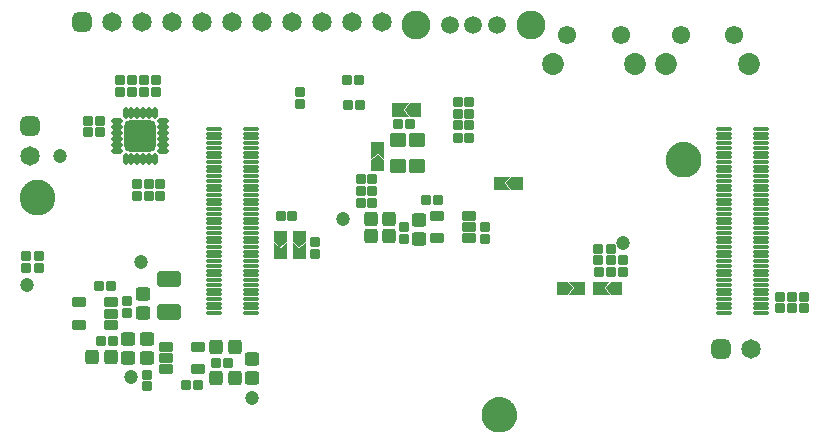
<source format=gts>
G04*
G04 #@! TF.GenerationSoftware,Altium Limited,Altium Designer,18.1.6 (161)*
G04*
G04 Layer_Color=8388736*
%FSTAX24Y24*%
%MOIN*%
G70*
G01*
G75*
G04:AMPARAMS|DCode=33|XSize=33.6mil|YSize=33.6mil|CornerRadius=6.6mil|HoleSize=0mil|Usage=FLASHONLY|Rotation=270.000|XOffset=0mil|YOffset=0mil|HoleType=Round|Shape=RoundedRectangle|*
%AMROUNDEDRECTD33*
21,1,0.0336,0.0205,0,0,270.0*
21,1,0.0205,0.0336,0,0,270.0*
1,1,0.0131,-0.0102,-0.0102*
1,1,0.0131,-0.0102,0.0102*
1,1,0.0131,0.0102,0.0102*
1,1,0.0131,0.0102,-0.0102*
%
%ADD33ROUNDEDRECTD33*%
G04:AMPARAMS|DCode=34|XSize=15.9mil|YSize=52.9mil|CornerRadius=6mil|HoleSize=0mil|Usage=FLASHONLY|Rotation=90.000|XOffset=0mil|YOffset=0mil|HoleType=Round|Shape=RoundedRectangle|*
%AMROUNDEDRECTD34*
21,1,0.0159,0.0409,0,0,90.0*
21,1,0.0039,0.0529,0,0,90.0*
1,1,0.0119,0.0205,0.0020*
1,1,0.0119,0.0205,-0.0020*
1,1,0.0119,-0.0205,-0.0020*
1,1,0.0119,-0.0205,0.0020*
%
%ADD34ROUNDEDRECTD34*%
G04:AMPARAMS|DCode=35|XSize=33.6mil|YSize=33.6mil|CornerRadius=6.6mil|HoleSize=0mil|Usage=FLASHONLY|Rotation=0.000|XOffset=0mil|YOffset=0mil|HoleType=Round|Shape=RoundedRectangle|*
%AMROUNDEDRECTD35*
21,1,0.0336,0.0205,0,0,0.0*
21,1,0.0205,0.0336,0,0,0.0*
1,1,0.0131,0.0102,-0.0102*
1,1,0.0131,-0.0102,-0.0102*
1,1,0.0131,-0.0102,0.0102*
1,1,0.0131,0.0102,0.0102*
%
%ADD35ROUNDEDRECTD35*%
%ADD36C,0.0474*%
%ADD37R,0.0375X0.0434*%
%ADD38R,0.0434X0.0375*%
G04:AMPARAMS|DCode=39|XSize=45.4mil|YSize=55.2mil|CornerRadius=8.7mil|HoleSize=0mil|Usage=FLASHONLY|Rotation=90.000|XOffset=0mil|YOffset=0mil|HoleType=Round|Shape=RoundedRectangle|*
%AMROUNDEDRECTD39*
21,1,0.0454,0.0379,0,0,90.0*
21,1,0.0281,0.0552,0,0,90.0*
1,1,0.0174,0.0189,0.0140*
1,1,0.0174,0.0189,-0.0140*
1,1,0.0174,-0.0189,-0.0140*
1,1,0.0174,-0.0189,0.0140*
%
%ADD39ROUNDEDRECTD39*%
G04:AMPARAMS|DCode=40|XSize=31.6mil|YSize=47.4mil|CornerRadius=5.2mil|HoleSize=0mil|Usage=FLASHONLY|Rotation=270.000|XOffset=0mil|YOffset=0mil|HoleType=Round|Shape=RoundedRectangle|*
%AMROUNDEDRECTD40*
21,1,0.0316,0.0370,0,0,270.0*
21,1,0.0213,0.0474,0,0,270.0*
1,1,0.0104,-0.0185,-0.0106*
1,1,0.0104,-0.0185,0.0106*
1,1,0.0104,0.0185,0.0106*
1,1,0.0104,0.0185,-0.0106*
%
%ADD40ROUNDEDRECTD40*%
G04:AMPARAMS|DCode=41|XSize=47.4mil|YSize=43.4mil|CornerRadius=7.5mil|HoleSize=0mil|Usage=FLASHONLY|Rotation=0.000|XOffset=0mil|YOffset=0mil|HoleType=Round|Shape=RoundedRectangle|*
%AMROUNDEDRECTD41*
21,1,0.0474,0.0283,0,0,0.0*
21,1,0.0323,0.0434,0,0,0.0*
1,1,0.0151,0.0161,-0.0142*
1,1,0.0151,-0.0161,-0.0142*
1,1,0.0151,-0.0161,0.0142*
1,1,0.0151,0.0161,0.0142*
%
%ADD41ROUNDEDRECTD41*%
G04:AMPARAMS|DCode=42|XSize=47.4mil|YSize=43.4mil|CornerRadius=7.5mil|HoleSize=0mil|Usage=FLASHONLY|Rotation=270.000|XOffset=0mil|YOffset=0mil|HoleType=Round|Shape=RoundedRectangle|*
%AMROUNDEDRECTD42*
21,1,0.0474,0.0283,0,0,270.0*
21,1,0.0323,0.0434,0,0,270.0*
1,1,0.0151,-0.0142,-0.0161*
1,1,0.0151,-0.0142,0.0161*
1,1,0.0151,0.0142,0.0161*
1,1,0.0151,0.0142,-0.0161*
%
%ADD42ROUNDEDRECTD42*%
G04:AMPARAMS|DCode=43|XSize=76.9mil|YSize=53.3mil|CornerRadius=8.5mil|HoleSize=0mil|Usage=FLASHONLY|Rotation=0.000|XOffset=0mil|YOffset=0mil|HoleType=Round|Shape=RoundedRectangle|*
%AMROUNDEDRECTD43*
21,1,0.0769,0.0362,0,0,0.0*
21,1,0.0598,0.0533,0,0,0.0*
1,1,0.0171,0.0299,-0.0181*
1,1,0.0171,-0.0299,-0.0181*
1,1,0.0171,-0.0299,0.0181*
1,1,0.0171,0.0299,0.0181*
%
%ADD43ROUNDEDRECTD43*%
%ADD44O,0.0395X0.0178*%
%ADD45O,0.0178X0.0395*%
G04:AMPARAMS|DCode=46|XSize=104.5mil|YSize=104.5mil|CornerRadius=16.1mil|HoleSize=0mil|Usage=FLASHONLY|Rotation=180.000|XOffset=0mil|YOffset=0mil|HoleType=Round|Shape=RoundedRectangle|*
%AMROUNDEDRECTD46*
21,1,0.1045,0.0723,0,0,180.0*
21,1,0.0723,0.1045,0,0,180.0*
1,1,0.0321,-0.0362,0.0362*
1,1,0.0321,0.0362,0.0362*
1,1,0.0321,0.0362,-0.0362*
1,1,0.0321,-0.0362,-0.0362*
%
%ADD46ROUNDEDRECTD46*%
%ADD47C,0.0730*%
%ADD48C,0.0611*%
%ADD49C,0.0595*%
%ADD50C,0.0966*%
G04:AMPARAMS|DCode=51|XSize=65.1mil|YSize=65.1mil|CornerRadius=18.3mil|HoleSize=0mil|Usage=FLASHONLY|Rotation=270.000|XOffset=0mil|YOffset=0mil|HoleType=Round|Shape=RoundedRectangle|*
%AMROUNDEDRECTD51*
21,1,0.0651,0.0285,0,0,270.0*
21,1,0.0285,0.0651,0,0,270.0*
1,1,0.0365,-0.0143,-0.0143*
1,1,0.0365,-0.0143,0.0143*
1,1,0.0365,0.0143,0.0143*
1,1,0.0365,0.0143,-0.0143*
%
%ADD51ROUNDEDRECTD51*%
%ADD52C,0.0651*%
G04:AMPARAMS|DCode=53|XSize=65.1mil|YSize=65.1mil|CornerRadius=18.3mil|HoleSize=0mil|Usage=FLASHONLY|Rotation=180.000|XOffset=0mil|YOffset=0mil|HoleType=Round|Shape=RoundedRectangle|*
%AMROUNDEDRECTD53*
21,1,0.0651,0.0285,0,0,180.0*
21,1,0.0285,0.0651,0,0,180.0*
1,1,0.0365,-0.0143,0.0143*
1,1,0.0365,0.0143,0.0143*
1,1,0.0365,0.0143,-0.0143*
1,1,0.0365,-0.0143,-0.0143*
%
%ADD53ROUNDEDRECTD53*%
G36*
X023976Y021732D02*
X024147Y021515D01*
X023599Y021515D01*
X023599Y021949D01*
X02414Y02195D01*
X023976Y021732D01*
D02*
G37*
G36*
X024554Y021949D02*
X024554Y021515D01*
X02418Y021515D01*
X024015Y021736D01*
X024174Y021949D01*
X024554Y021949D01*
D02*
G37*
G36*
X023327Y020114D02*
X02311Y020277D01*
X022893Y020106D01*
X022893Y020655D01*
X023327Y020655D01*
X023327Y020114D01*
D02*
G37*
G36*
X023327Y020079D02*
X023327Y0197D01*
X022893Y0197D01*
X022893Y020074D01*
X023114Y020239D01*
X023327Y020079D01*
D02*
G37*
G36*
X033365Y020667D02*
X033403Y020662D01*
X033441Y020654D01*
X033479Y020644D01*
X033515Y020632D01*
X033551Y020617D01*
X033586Y0206D01*
X033619Y020581D01*
X033651Y020559D01*
X033682Y020535D01*
X033711Y02051D01*
X033738Y020483D01*
X033764Y020454D01*
X033787Y020423D01*
X033809Y020391D01*
X033828Y020357D01*
X033845Y020323D01*
X03386Y020287D01*
X033873Y02025D01*
X033883Y020213D01*
X03389Y020175D01*
X033895Y020137D01*
X033898Y020098D01*
Y020079D01*
Y020059D01*
X033895Y020021D01*
X03389Y019982D01*
X033883Y019945D01*
X033873Y019907D01*
X03386Y019871D01*
X033845Y019835D01*
X033828Y0198D01*
X033809Y019767D01*
X033787Y019735D01*
X033764Y019704D01*
X033738Y019675D01*
X033711Y019647D01*
X033682Y019622D01*
X033651Y019598D01*
X033619Y019577D01*
X033586Y019558D01*
X033551Y019541D01*
X033515Y019526D01*
X033479Y019513D01*
X033441Y019503D01*
X033403Y019496D01*
X033365Y019491D01*
X033326Y019488D01*
X033288D01*
X033249Y019491D01*
X033211Y019496D01*
X033173Y019503D01*
X033136Y019513D01*
X033099Y019526D01*
X033063Y019541D01*
X033029Y019558D01*
X032995Y019577D01*
X032963Y019598D01*
X032932Y019622D01*
X032903Y019647D01*
X032876Y019675D01*
X03285Y019704D01*
X032827Y019735D01*
X032805Y019767D01*
X032786Y0198D01*
X032769Y019835D01*
X032754Y019871D01*
X032742Y019907D01*
X032732Y019945D01*
X032724Y019982D01*
X032719Y020021D01*
X032717Y020059D01*
Y020079D01*
Y020098D01*
X032719Y020137D01*
X032724Y020175D01*
X032732Y020213D01*
X032742Y02025D01*
X032754Y020287D01*
X032769Y020323D01*
X032786Y020357D01*
X032805Y020391D01*
X032827Y020423D01*
X03285Y020454D01*
X032876Y020483D01*
X032903Y02051D01*
X032932Y020535D01*
X032963Y020559D01*
X032995Y020581D01*
X033029Y0206D01*
X033063Y020617D01*
X033099Y020632D01*
X033136Y020644D01*
X033173Y020654D01*
X033211Y020662D01*
X033249Y020667D01*
X033288Y020669D01*
X033326D01*
X033365Y020667D01*
D02*
G37*
G36*
X027361Y019291D02*
X027531Y019074D01*
X026983Y019074D01*
X026983Y019508D01*
X027524Y019509D01*
X027361Y019291D01*
D02*
G37*
G36*
X027938Y019508D02*
Y019074D01*
X027564Y019074D01*
X027399Y019295D01*
X027559Y019508D01*
X027938Y019508D01*
D02*
G37*
G36*
X01183Y019407D02*
X011868Y019402D01*
X011906Y019394D01*
X011943Y019384D01*
X01198Y019372D01*
X012016Y019357D01*
X01205Y01934D01*
X012084Y019321D01*
X012116Y019299D01*
X012147Y019276D01*
X012176Y01925D01*
X012203Y019223D01*
X012228Y019194D01*
X012252Y019163D01*
X012273Y019131D01*
X012293Y019097D01*
X01231Y019063D01*
X012325Y019027D01*
X012337Y01899D01*
X012347Y018953D01*
X012355Y018915D01*
X01236Y018877D01*
X012362Y018838D01*
Y018819D01*
Y0188D01*
X01236Y018761D01*
X012355Y018723D01*
X012347Y018685D01*
X012337Y018647D01*
X012325Y018611D01*
X01231Y018575D01*
X012293Y01854D01*
X012273Y018507D01*
X012252Y018475D01*
X012228Y018444D01*
X012203Y018415D01*
X012176Y018388D01*
X012147Y018362D01*
X012116Y018339D01*
X012084Y018317D01*
X01205Y018298D01*
X012016Y018281D01*
X01198Y018266D01*
X011943Y018253D01*
X011906Y018243D01*
X011868Y018236D01*
X01183Y018231D01*
X011791Y018228D01*
X011752D01*
X011714Y018231D01*
X011675Y018236D01*
X011637Y018243D01*
X0116Y018253D01*
X011564Y018266D01*
X011528Y018281D01*
X011493Y018298D01*
X01146Y018317D01*
X011427Y018339D01*
X011397Y018362D01*
X011368Y018388D01*
X01134Y018415D01*
X011315Y018444D01*
X011291Y018475D01*
X01127Y018507D01*
X011251Y01854D01*
X011233Y018575D01*
X011219Y018611D01*
X011206Y018647D01*
X011196Y018685D01*
X011189Y018723D01*
X011184Y018761D01*
X011181Y0188D01*
Y018819D01*
Y018838D01*
X011184Y018877D01*
X011189Y018915D01*
X011196Y018953D01*
X011206Y01899D01*
X011219Y019027D01*
X011233Y019063D01*
X011251Y019097D01*
X01127Y019131D01*
X011291Y019163D01*
X011315Y019194D01*
X01134Y019223D01*
X011368Y01925D01*
X011397Y019276D01*
X011427Y019299D01*
X01146Y019321D01*
X011493Y01934D01*
X011528Y019357D01*
X011564Y019372D01*
X0116Y019384D01*
X011637Y019394D01*
X011675Y019402D01*
X011714Y019407D01*
X011752Y019409D01*
X011791D01*
X01183Y019407D01*
D02*
G37*
G36*
X020717Y017339D02*
X020497Y017174D01*
X020284Y017334D01*
X020284Y017713D01*
X020717Y017713D01*
X020717Y017339D01*
D02*
G37*
G36*
X020088Y017339D02*
X019867Y017174D01*
X019654Y017334D01*
X019654Y017713D01*
X020088D01*
X020088Y017339D01*
D02*
G37*
G36*
X020087Y016758D02*
X019653Y016758D01*
X019653Y017299D01*
X019871Y017136D01*
X020087Y017307D01*
X020087Y016758D01*
D02*
G37*
G36*
X020717Y016758D02*
X020283Y016758D01*
X020283Y017299D01*
X020501Y017136D01*
X020717Y017307D01*
Y016758D01*
D02*
G37*
G36*
X030673Y015787D02*
X030844Y015571D01*
X030295D01*
X030295Y016005D01*
X030836Y016005D01*
X030673Y015787D01*
D02*
G37*
G36*
X03125Y016004D02*
X03125Y015571D01*
X030876Y01557D01*
X030711Y015791D01*
X030871Y016004D01*
X03125Y016004D01*
D02*
G37*
G36*
X029619Y015784D02*
X029459Y01557D01*
X02908Y01557D01*
Y016004D01*
X029454Y016004D01*
X029619Y015784D01*
D02*
G37*
G36*
X030035Y016004D02*
X030035Y01557D01*
X029494Y01557D01*
X029658Y015787D01*
X029487Y016004D01*
X030035Y016004D01*
D02*
G37*
G36*
X027223Y012163D02*
X027262Y012158D01*
X0273Y01215D01*
X027337Y01214D01*
X027373Y012128D01*
X027409Y012113D01*
X027444Y012096D01*
X027477Y012077D01*
X02751Y012055D01*
X02754Y012032D01*
X027569Y012006D01*
X027597Y011979D01*
X027622Y01195D01*
X027646Y011919D01*
X027667Y011887D01*
X027686Y011853D01*
X027704Y011819D01*
X027718Y011783D01*
X027731Y011746D01*
X027741Y011709D01*
X027748Y011671D01*
X027753Y011633D01*
X027756Y011594D01*
Y011575D01*
Y011555D01*
X027753Y011517D01*
X027748Y011479D01*
X027741Y011441D01*
X027731Y011403D01*
X027718Y011367D01*
X027704Y011331D01*
X027686Y011296D01*
X027667Y011263D01*
X027646Y011231D01*
X027622Y0112D01*
X027597Y011171D01*
X027569Y011144D01*
X02754Y011118D01*
X02751Y011095D01*
X027477Y011073D01*
X027444Y011054D01*
X027409Y011037D01*
X027373Y011022D01*
X027337Y011009D01*
X0273Y010999D01*
X027262Y010992D01*
X027223Y010987D01*
X027185Y010984D01*
X027146D01*
X027107Y010987D01*
X027069Y010992D01*
X027031Y010999D01*
X026994Y011009D01*
X026957Y011022D01*
X026922Y011037D01*
X026887Y011054D01*
X026853Y011073D01*
X026821Y011095D01*
X026791Y011118D01*
X026761Y011144D01*
X026734Y011171D01*
X026709Y0112D01*
X026685Y011231D01*
X026664Y011263D01*
X026644Y011296D01*
X026627Y011331D01*
X026612Y011367D01*
X0266Y011403D01*
X02659Y011441D01*
X026582Y011479D01*
X026577Y011517D01*
X026575Y011555D01*
Y011575D01*
Y011594D01*
X026577Y011633D01*
X026582Y011671D01*
X02659Y011709D01*
X0266Y011746D01*
X026612Y011783D01*
X026627Y011819D01*
X026644Y011853D01*
X026664Y011887D01*
X026685Y011919D01*
X026709Y01195D01*
X026734Y011979D01*
X026761Y012006D01*
X026791Y012032D01*
X026821Y012055D01*
X026853Y012077D01*
X026887Y012096D01*
X026922Y012113D01*
X026957Y012128D01*
X026994Y01214D01*
X027031Y01215D01*
X027069Y012158D01*
X027107Y012163D01*
X027146Y012165D01*
X027185D01*
X027223Y012163D01*
D02*
G37*
D33*
X025777Y022008D02*
D03*
X02617Y022008D02*
D03*
X025777Y021614D02*
D03*
X02617Y021614D02*
D03*
X02617Y02122D02*
D03*
X025777D02*
D03*
X02617Y020802D02*
D03*
X025777Y020802D02*
D03*
X030871Y016339D02*
D03*
X030478D02*
D03*
X02248Y022717D02*
D03*
X022087D02*
D03*
X022126Y02189D02*
D03*
X02252Y02189D02*
D03*
X024175Y02126D02*
D03*
X023781Y02126D02*
D03*
X024724Y01874D02*
D03*
X025118Y01874D02*
D03*
X022543Y019435D02*
D03*
X022936Y019435D02*
D03*
X022543Y019042D02*
D03*
X022936Y019042D02*
D03*
X022936Y018623D02*
D03*
X022543Y018623D02*
D03*
X019871Y0182D02*
D03*
X020264Y0182D02*
D03*
X017717Y013307D02*
D03*
X01811Y013307D02*
D03*
X016732Y012559D02*
D03*
X017126Y012559D02*
D03*
X014213Y015866D02*
D03*
X013819Y015866D02*
D03*
X013898Y014016D02*
D03*
X014291Y014016D02*
D03*
X013858Y021378D02*
D03*
X013465Y021378D02*
D03*
X013465Y020984D02*
D03*
X013858Y020984D02*
D03*
D34*
X034665Y017008D02*
D03*
Y019528D02*
D03*
X035886Y01874D02*
D03*
X034665Y017953D02*
D03*
X035886Y01748D02*
D03*
Y015433D02*
D03*
Y015276D02*
D03*
Y014961D02*
D03*
Y015118D02*
D03*
X034665Y017795D02*
D03*
Y017638D02*
D03*
X035886Y01685D02*
D03*
Y016693D02*
D03*
Y016535D02*
D03*
Y016378D02*
D03*
Y01622D02*
D03*
Y016063D02*
D03*
X034665Y015591D02*
D03*
X035886Y019528D02*
D03*
X034665Y01874D02*
D03*
Y014961D02*
D03*
Y015748D02*
D03*
Y015433D02*
D03*
Y015276D02*
D03*
Y015118D02*
D03*
Y017323D02*
D03*
Y017165D02*
D03*
Y01685D02*
D03*
Y016693D02*
D03*
X035886Y021102D02*
D03*
X034665D02*
D03*
X035886Y020945D02*
D03*
X034665D02*
D03*
X035886Y020787D02*
D03*
X034665D02*
D03*
X035886Y02063D02*
D03*
X034665D02*
D03*
X035886Y020472D02*
D03*
X034665D02*
D03*
X035886Y020315D02*
D03*
X034665D02*
D03*
X035886Y020157D02*
D03*
X034665D02*
D03*
X035886Y02D02*
D03*
X034665D02*
D03*
X035886Y019843D02*
D03*
X034665D02*
D03*
X035886Y019685D02*
D03*
X034665D02*
D03*
X035886Y01937D02*
D03*
X034665D02*
D03*
X035886Y019213D02*
D03*
X034665D02*
D03*
X035886Y019055D02*
D03*
X034665D02*
D03*
X035886Y018898D02*
D03*
X034665D02*
D03*
X035886Y018583D02*
D03*
X034665D02*
D03*
X035886Y018425D02*
D03*
X034665D02*
D03*
X035886Y018268D02*
D03*
X034665D02*
D03*
X035886Y01811D02*
D03*
X034665D02*
D03*
X035886Y017953D02*
D03*
Y017795D02*
D03*
Y017638D02*
D03*
X034665Y01748D02*
D03*
X035886Y017323D02*
D03*
Y017165D02*
D03*
Y017008D02*
D03*
Y015906D02*
D03*
Y015591D02*
D03*
Y015748D02*
D03*
X034665Y016535D02*
D03*
Y01622D02*
D03*
Y016063D02*
D03*
Y015906D02*
D03*
Y016378D02*
D03*
X018876Y019055D02*
D03*
Y016535D02*
D03*
X017656Y017323D02*
D03*
X018876Y01811D02*
D03*
X017656Y018583D02*
D03*
Y02063D02*
D03*
Y020787D02*
D03*
Y021102D02*
D03*
Y020945D02*
D03*
X018876Y018268D02*
D03*
Y018425D02*
D03*
X017656Y019213D02*
D03*
Y01937D02*
D03*
Y019528D02*
D03*
Y019685D02*
D03*
Y019843D02*
D03*
Y02D02*
D03*
X018876Y020472D02*
D03*
X017656Y016535D02*
D03*
X018876Y017323D02*
D03*
Y021102D02*
D03*
Y020315D02*
D03*
Y02063D02*
D03*
Y020787D02*
D03*
Y020945D02*
D03*
Y01874D02*
D03*
Y018898D02*
D03*
Y019213D02*
D03*
Y01937D02*
D03*
X017656Y014961D02*
D03*
X018876D02*
D03*
X017656Y015118D02*
D03*
X018876D02*
D03*
X017656Y015276D02*
D03*
X018876D02*
D03*
X017656Y015433D02*
D03*
X018876D02*
D03*
X017656Y015591D02*
D03*
X018876D02*
D03*
X017656Y015748D02*
D03*
X018876D02*
D03*
X017656Y015906D02*
D03*
X018876D02*
D03*
X017656Y016063D02*
D03*
X018876D02*
D03*
X017656Y01622D02*
D03*
X018876D02*
D03*
X017656Y016378D02*
D03*
X018876D02*
D03*
X017656Y016693D02*
D03*
X018876D02*
D03*
X017656Y01685D02*
D03*
X018876D02*
D03*
X017656Y017008D02*
D03*
X018876D02*
D03*
X017656Y017165D02*
D03*
X018876D02*
D03*
X017656Y01748D02*
D03*
X018876D02*
D03*
X017656Y017638D02*
D03*
X018876D02*
D03*
X017656Y017795D02*
D03*
X018876D02*
D03*
X017656Y017953D02*
D03*
X018876D02*
D03*
X017656Y01811D02*
D03*
Y018268D02*
D03*
Y018425D02*
D03*
X018876Y018583D02*
D03*
X017656Y01874D02*
D03*
Y018898D02*
D03*
Y019055D02*
D03*
Y020157D02*
D03*
Y020472D02*
D03*
Y020315D02*
D03*
X018876Y019528D02*
D03*
Y019843D02*
D03*
Y02D02*
D03*
Y020157D02*
D03*
Y019685D02*
D03*
D35*
X037323Y015118D02*
D03*
Y015512D02*
D03*
X036929Y015118D02*
D03*
X036929Y015512D02*
D03*
X036535Y015118D02*
D03*
Y015512D02*
D03*
X031304Y016339D02*
D03*
Y016732D02*
D03*
X03088Y017113D02*
D03*
X03088Y016719D02*
D03*
X030438Y016719D02*
D03*
X030438Y017113D02*
D03*
X020512Y022323D02*
D03*
X020512Y021929D02*
D03*
X026693Y017835D02*
D03*
X026693Y017441D02*
D03*
X023987Y017441D02*
D03*
X023987Y017835D02*
D03*
X021024Y017323D02*
D03*
X021024Y016929D02*
D03*
X014744Y015354D02*
D03*
Y014961D02*
D03*
X015433Y01252D02*
D03*
X015433Y012913D02*
D03*
X011811Y016457D02*
D03*
X011811Y01685D02*
D03*
X011393D02*
D03*
Y016457D02*
D03*
X015709Y022717D02*
D03*
X015709Y022323D02*
D03*
X015315Y022323D02*
D03*
Y022717D02*
D03*
X014921Y022323D02*
D03*
X014921Y022717D02*
D03*
X014528Y022323D02*
D03*
Y022717D02*
D03*
X015866Y019252D02*
D03*
X015866Y018858D02*
D03*
X015472Y019252D02*
D03*
X015472Y018858D02*
D03*
X015079Y019252D02*
D03*
X015079Y018858D02*
D03*
D36*
X031304Y017283D02*
D03*
X021969Y01811D02*
D03*
X018937Y012126D02*
D03*
X014882Y012835D02*
D03*
X015236Y016654D02*
D03*
X011417Y015906D02*
D03*
X01252Y020208D02*
D03*
D37*
X030483Y015787D02*
D03*
X031063Y015787D02*
D03*
X029267Y015787D02*
D03*
X029848D02*
D03*
X023786Y021732D02*
D03*
X024367Y021732D02*
D03*
X02717Y019291D02*
D03*
X027751D02*
D03*
D38*
X02311Y020467D02*
D03*
X02311Y019887D02*
D03*
X020501Y016946D02*
D03*
X020501Y017526D02*
D03*
X019871Y017526D02*
D03*
X019871Y016946D02*
D03*
D39*
X023771Y020748D02*
D03*
Y019882D02*
D03*
X024421Y020748D02*
D03*
X024421Y019882D02*
D03*
D40*
X025098Y017461D02*
D03*
X025098Y018209D02*
D03*
X026161Y018209D02*
D03*
X026161Y017835D02*
D03*
X026161Y017461D02*
D03*
X016043Y013839D02*
D03*
X016043Y013465D02*
D03*
X016043Y013091D02*
D03*
X017106D02*
D03*
Y013839D02*
D03*
X013158Y01457D02*
D03*
X013158Y015318D02*
D03*
X014221Y015318D02*
D03*
X014221Y014944D02*
D03*
X014221Y01457D02*
D03*
D41*
X024499Y018071D02*
D03*
Y017441D02*
D03*
X018937Y013425D02*
D03*
X018937Y012795D02*
D03*
X015295Y015591D02*
D03*
Y014961D02*
D03*
X015433Y014094D02*
D03*
X015433Y013465D02*
D03*
X014803Y014094D02*
D03*
X014803Y013465D02*
D03*
D42*
X023504Y01811D02*
D03*
X022874Y01811D02*
D03*
X023504Y01752D02*
D03*
X022874Y01752D02*
D03*
X018346Y013819D02*
D03*
X017717Y013819D02*
D03*
X017717Y012795D02*
D03*
X018346Y012795D02*
D03*
X013583Y013504D02*
D03*
X014213Y013504D02*
D03*
D43*
X016161Y01499D02*
D03*
X016161Y016112D02*
D03*
D44*
X015965Y020374D02*
D03*
X015965Y020571D02*
D03*
Y020768D02*
D03*
X015965Y020965D02*
D03*
X015965Y021161D02*
D03*
X015965Y021358D02*
D03*
X014429Y021358D02*
D03*
X014429Y021161D02*
D03*
X014429Y020965D02*
D03*
Y020768D02*
D03*
X014429Y020571D02*
D03*
X014429Y020374D02*
D03*
D45*
X015689Y021634D02*
D03*
X015492Y021634D02*
D03*
X015295D02*
D03*
X015098D02*
D03*
X014902Y021634D02*
D03*
X014705Y021634D02*
D03*
X014705Y020098D02*
D03*
X014902Y020098D02*
D03*
X015098Y020098D02*
D03*
X015295D02*
D03*
X015492Y020098D02*
D03*
X015689Y020098D02*
D03*
D46*
X015197Y020866D02*
D03*
D47*
X035494Y023267D02*
D03*
X032734Y023267D02*
D03*
X031699Y023267D02*
D03*
X028939Y023267D02*
D03*
D48*
X035Y024247D02*
D03*
X033228D02*
D03*
X031205Y024247D02*
D03*
X029433Y024247D02*
D03*
D49*
X027087Y024567D02*
D03*
X026299D02*
D03*
X025512Y024567D02*
D03*
D50*
X02439Y024567D02*
D03*
X028209Y024567D02*
D03*
D51*
X013244Y024655D02*
D03*
X034539Y01378D02*
D03*
D52*
X023244Y024655D02*
D03*
X022244Y024655D02*
D03*
X021244D02*
D03*
X020244D02*
D03*
X019244Y024655D02*
D03*
X018244Y024655D02*
D03*
X017244Y024655D02*
D03*
X015244D02*
D03*
X014244Y024655D02*
D03*
X016244D02*
D03*
X035539Y01378D02*
D03*
X011535Y020209D02*
D03*
D53*
X011535Y021209D02*
D03*
M02*

</source>
